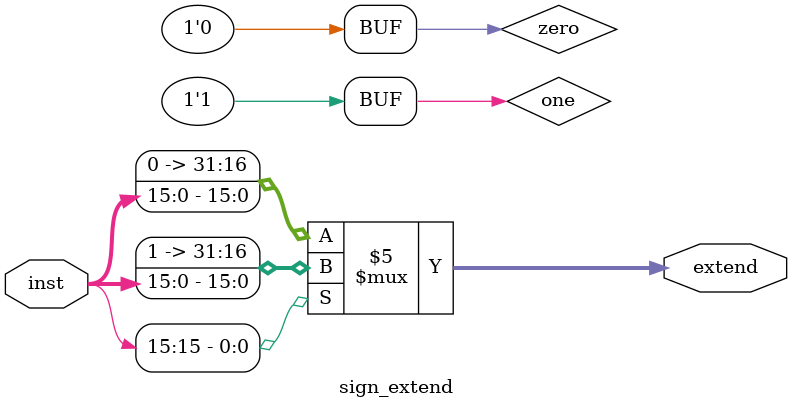
<source format=v>
module sign_extend(inst, extend);
input [15:0] inst;
output reg [31:0] extend;
reg one;
reg zero;
initial
begin
    one = 1;
    zero = 0;
end
always @(*)
begin
    if(inst[15] == 0)
        extend = {{16{zero}}, inst};
    else
        extend = {{16{one}}, inst};
end
endmodule

</source>
